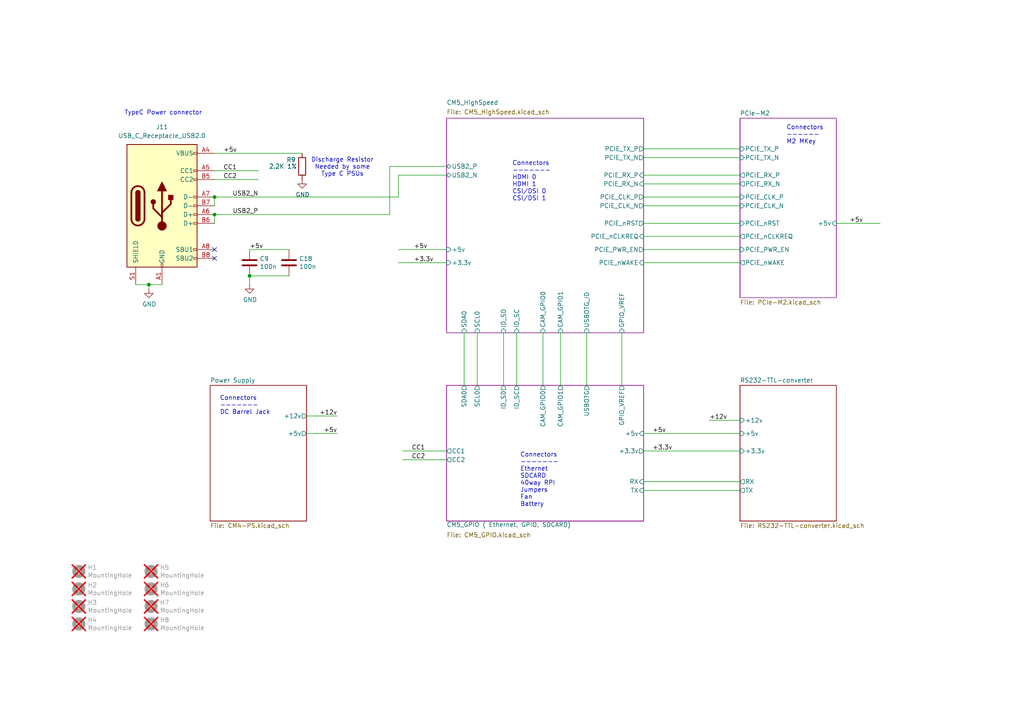
<source format=kicad_sch>
(kicad_sch (version 20250114) (generator "eeschema") (generator_version "9.0")
  (paper "A4")
  (title_block (title "Compute Module 5 IO Board - Top Level") (rev "1") (company "Copyright © 2024 Raspberry Pi Ltd.") (comment 1 "www.raspberrypi.com"))
  (lib_symbols
    (symbol "Connector:USB_C_Receptacle_USB2.0_16P" (pin_names (offset 1.016))
      (property "Reference" "J" (at 0 22.225 0))
      (property "Value" "USB_C_Receptacle_USB2.0_16P" (at 0 19.685 0))
      (symbol "USB_C_Receptacle_USB2.0_16P_0_0"
        (rectangle (start -0.254 -17.78) (end 0.254 -16.764))
        (rectangle (start 10.16 15.494) (end 9.144 14.986))
        (rectangle (start 10.16 10.414) (end 9.144 9.906))
        (rectangle (start 10.16 7.874) (end 9.144 7.366))
        (rectangle (start 10.16 2.794) (end 9.144 2.286))
        (rectangle (start 10.16 0.254) (end 9.144 -0.254))
        (rectangle (start 10.16 -2.286) (end 9.144 -2.794))
        (rectangle (start 10.16 -4.826) (end 9.144 -5.334))
        (rectangle (start 10.16 -12.446) (end 9.144 -12.954))
        (rectangle (start 10.16 -14.986) (end 9.144 -15.494))
      )
      (symbol "USB_C_Receptacle_USB2.0_16P_0_1"
        (rectangle (start -10.16 17.78) (end 10.16 -17.78) (stroke (width 0.254)) (fill (type background)))
        (polyline (pts (xy -8.89 -3.81) (xy -8.89 3.81)) (stroke (width 0.508)))
        (rectangle (start -7.62 -3.81) (end -6.35 3.81) (stroke (width 0.254)) (fill (type outline)))
        (arc (start -7.62 3.81) (mid -6.985 4.4423) (end -6.35 3.81) (stroke (width 0.254)))
        (arc (start -7.62 3.81) (mid -6.985 4.4423) (end -6.35 3.81) (stroke (width 0.254)) (fill (type outline)))
        (arc (start -8.89 3.81) (mid -6.985 5.7067) (end -5.08 3.81) (stroke (width 0.508)))
        (arc (start -5.08 -3.81) (mid -6.985 -5.7067) (end -8.89 -3.81) (stroke (width 0.508)))
        (arc (start -6.35 -3.81) (mid -6.985 -4.4423) (end -7.62 -3.81) (stroke (width 0.254)))
        (arc (start -6.35 -3.81) (mid -6.985 -4.4423) (end -7.62 -3.81) (stroke (width 0.254)) (fill (type outline)))
        (polyline (pts (xy -5.08 3.81) (xy -5.08 -3.81)) (stroke (width 0.508)))
        (circle (center -2.54 1.143) (radius 0.635) (stroke (width 0.254)) (fill (type outline)))
        (polyline (pts (xy -1.27 4.318) (xy 0 6.858) (xy 1.27 4.318) (xy -1.27 4.318)) (stroke (width 0.254)) (fill (type outline)))
        (polyline (pts (xy 0 -2.032) (xy 2.54 0.508) (xy 2.54 1.778)) (stroke (width 0.508)))
        (polyline (pts (xy 0 -3.302) (xy -2.54 -0.762) (xy -2.54 0.508)) (stroke (width 0.508)))
        (polyline (pts (xy 0 -5.842) (xy 0 4.318)) (stroke (width 0.508)))
        (circle (center 0 -5.842) (radius 1.27) (fill (type outline)))
        (rectangle (start 1.905 1.778) (end 3.175 3.048) (stroke (width 0.254)) (fill (type outline)))
      )
      (symbol "USB_C_Receptacle_USB2.0_16P_1_1"
        (pin passive line (at -7.62 -22.86 90) (length 5.08) (name "SHIELD") (number "S1"))
        (pin passive line (at 0 -22.86 90) (length 5.08) (name "GND") (number "A1"))
        (pin passive line (at 0 -22.86 90) (length 5.08) (hide yes) (name "GND") (number "A12"))
        (pin passive line (at 0 -22.86 90) (length 5.08) (hide yes) (name "GND") (number "B1"))
        (pin passive line (at 0 -22.86 90) (length 5.08) (hide yes) (name "GND") (number "B12"))
        (pin passive line (at 15.24 15.24 180) (length 5.08) (name "VBUS") (number "A4"))
        (pin passive line (at 15.24 15.24 180) (length 5.08) (hide yes) (name "VBUS") (number "A9"))
        (pin passive line (at 15.24 15.24 180) (length 5.08) (hide yes) (name "VBUS") (number "B4"))
        (pin passive line (at 15.24 15.24 180) (length 5.08) (hide yes) (name "VBUS") (number "B9"))
        (pin bidirectional line (at 15.24 10.16 180) (length 5.08) (name "CC1") (number "A5"))
        (pin bidirectional line (at 15.24 7.62 180) (length 5.08) (name "CC2") (number "B5"))
        (pin bidirectional line (at 15.24 2.54 180) (length 5.08) (name "D-") (number "A7"))
        (pin bidirectional line (at 15.24 0 180) (length 5.08) (name "D-") (number "B7"))
        (pin bidirectional line (at 15.24 -2.54 180) (length 5.08) (name "D+") (number "A6"))
        (pin bidirectional line (at 15.24 -5.08 180) (length 5.08) (name "D+") (number "B6"))
        (pin bidirectional line (at 15.24 -12.7 180) (length 5.08) (name "SBU1") (number "A8"))
        (pin bidirectional line (at 15.24 -15.24 180) (length 5.08) (name "SBU2") (number "B8"))
      )
    )
    (symbol "Device:C" (pin_numbers (hide yes)) (pin_names (offset 0.254))
      (property "Reference" "C" (at 0.635 2.54 0))
      (property "Value" "C" (at 0.635 -2.54 0))
      (symbol "C_0_1"
        (polyline (pts (xy -2.032 0.762) (xy 2.032 0.762)) (stroke (width 0.508)))
        (polyline (pts (xy -2.032 -0.762) (xy 2.032 -0.762)) (stroke (width 0.508)))
      )
      (symbol "C_1_1"
        (pin passive line (at 0 3.81 270) (length 2.794) (name "~") (number "1"))
        (pin passive line (at 0 -3.81 90) (length 2.794) (name "~") (number "2"))
      )
    )
    (symbol "Device:R" (pin_numbers (hide yes)) (pin_names (offset 0))
      (property "Reference" "R" (at 2.032 0 90))
      (property "Value" "R" (at 0 0 90))
      (symbol "R_0_1"
        (rectangle (start -1.016 -2.54) (end 1.016 2.54) (stroke (width 0.254)))
      )
      (symbol "R_1_1"
        (pin passive line (at 0 3.81 270) (length 1.27) (name "~") (number "1"))
        (pin passive line (at 0 -3.81 90) (length 1.27) (name "~") (number "2"))
      )
    )
    (symbol "Mechanical:MountingHole" (pin_names (offset 1.016))
      (property "Reference" "H" (at 0 5.08 0))
      (property "Value" "MountingHole" (at 0 3.175 0))
      (symbol "MountingHole_0_1"
        (circle (center 0 0) (radius 1.27) (stroke (width 1.27)))
      )
    )
    (symbol "power:GND" (power) (pin_numbers (hide yes)) (pin_names (offset 0) (hide yes))
      (property "Value" "GND" (at 0 -3.81 0))
      (symbol "GND_0_1"
        (polyline (pts (xy 0 0) (xy 0 -1.27) (xy 1.27 -1.27) (xy 0 -2.54) (xy -1.27 -1.27) (xy 0 -1.27)))
      )
      (symbol "GND_1_1"
        (pin power_in line (at 0 0 270) (length 0) (name "~") (number "1"))
      )
    )
  )
  (text "Connectors\n-------\nEthernet\nSDCARD\n40way RPI\nJumpers\nFan\nBattery" (at 150.876 147.066 0) (effects (font (size 1.27 1.27)) (justify left bottom)))
  (text "Connectors\n------\nM2 MKey" (at 228.092 41.91 0) (effects (font (size 1.27 1.27)) (justify left bottom)))
  (text "Discharge Resistor\nNeeded by some\nType C PSUs" (at 99.314 48.514 0) (effects (font (size 1.27 1.27))))
  (text "TypeC Power connector" (at 36.068 33.528 0) (effects (font (size 1.27 1.27)) (justify left bottom)))
  (text "Connectors\n-------\nHDMI 0\nHDMI 1\nCSI/DSI 0\nCSI/DSI 1" (at 148.59 58.42 0) (effects (font (size 1.27 1.27)) (justify left bottom)))
  (text "Connectors\n-------\nDC Barrel Jack\n" (at 63.754 120.396 0) (effects (font (size 1.27 1.27)) (justify left bottom)))
  (junction (at 43.18 82.55))
  (junction (at 72.39 80.01))
  (junction (at 62.23 62.23))
  (junction (at 62.23 57.15))
  (no_connect (at 62.23 74.93))
  (no_connect (at 62.23 72.39))
  (wire (pts (xy 115.57 76.2) (xy 129.54 76.2)))
  (wire (pts (xy 186.69 130.81) (xy 214.63 130.81)))
  (wire (pts (xy 180.34 96.52) (xy 180.34 111.76)))
  (wire (pts (xy 113.03 48.26) (xy 129.54 48.26)))
  (wire (pts (xy 186.69 53.34) (xy 214.63 53.34)))
  (wire (pts (xy 205.74 121.92) (xy 214.63 121.92)))
  (wire (pts (xy 62.23 52.07) (xy 74.93 52.07)))
  (wire (pts (xy 186.69 68.58) (xy 214.63 68.58)))
  (wire (pts (xy 115.57 57.15) (xy 115.57 50.8)))
  (wire (pts (xy 43.18 83.82) (xy 43.18 82.55)))
  (wire (pts (xy 134.62 96.52) (xy 134.62 111.76)))
  (wire (pts (xy 186.69 43.18) (xy 214.63 43.18)))
  (wire (pts (xy 72.39 80.01) (xy 83.82 80.01)))
  (wire (pts (xy 62.23 62.23) (xy 113.03 62.23)))
  (wire (pts (xy 149.86 96.52) (xy 149.86 111.76)))
  (wire (pts (xy 138.43 96.52) (xy 138.43 111.76)))
  (wire (pts (xy 116.84 133.35) (xy 129.54 133.35)))
  (wire (pts (xy 186.69 57.15) (xy 214.63 57.15)))
  (wire (pts (xy 157.48 96.52) (xy 157.48 111.76)))
  (wire (pts (xy 113.03 48.26) (xy 113.03 62.23)))
  (wire (pts (xy 162.56 96.52) (xy 162.56 111.76)))
  (wire (pts (xy 186.69 50.8) (xy 214.63 50.8)))
  (wire (pts (xy 88.9 120.65) (xy 97.79 120.65)))
  (wire (pts (xy 88.9 125.73) (xy 97.79 125.73)))
  (wire (pts (xy 72.39 80.01) (xy 72.39 82.55)))
  (wire (pts (xy 170.18 96.52) (xy 170.18 111.76)))
  (wire (pts (xy 186.69 64.77) (xy 214.63 64.77)))
  (wire (pts (xy 62.23 44.45) (xy 87.63 44.45)))
  (wire (pts (xy 62.23 62.23) (xy 62.23 64.77)))
  (wire (pts (xy 72.39 72.39) (xy 83.82 72.39)))
  (wire (pts (xy 242.57 64.77) (xy 255.27 64.77)))
  (wire (pts (xy 186.69 72.39) (xy 214.63 72.39)))
  (wire (pts (xy 43.18 82.55) (xy 46.99 82.55)))
  (wire (pts (xy 186.69 59.69) (xy 214.63 59.69)))
  (wire (pts (xy 39.37 82.55) (xy 43.18 82.55)))
  (wire (pts (xy 186.69 142.24) (xy 214.63 142.24)))
  (wire (pts (xy 62.23 49.53) (xy 74.93 49.53)))
  (wire (pts (xy 146.05 96.52) (xy 146.05 111.76)))
  (wire (pts (xy 186.69 125.73) (xy 214.63 125.73)))
  (wire (pts (xy 186.69 139.7) (xy 214.63 139.7)))
  (wire (pts (xy 62.23 57.15) (xy 62.23 59.69)))
  (wire (pts (xy 116.84 130.81) (xy 129.54 130.81)))
  (wire (pts (xy 115.57 72.39) (xy 129.54 72.39)))
  (wire (pts (xy 115.57 50.8) (xy 129.54 50.8)))
  (wire (pts (xy 186.69 45.72) (xy 214.63 45.72)))
  (wire (pts (xy 62.23 57.15) (xy 115.57 57.15)))
  (wire (pts (xy 186.69 76.2) (xy 214.63 76.2)))
  (label "+5v" (at 72.39 72.39 0))
  (label "+12v" (at 97.79 120.65 180))
  (label "CC1" (at 119.38 130.81 0))
  (label "CC2" (at 119.38 133.35 0))
  (label "+5v" (at 246.38 64.77 0))
  (label "+5v" (at 189.23 125.73 0))
  (label "+5v" (at 120.015 72.39 0))
  (label "USB2_P" (at 74.93 62.23 180))
  (label "CC1" (at 64.77 49.53 0))
  (label "+12v" (at 205.74 121.92 0))
  (label "USB2_N" (at 74.93 57.15 180))
  (label "+3.3v" (at 189.23 130.81 0))
  (label "+5v" (at 97.79 125.73 180))
  (label "+3.3v" (at 120.015 76.2 0))
  (label "CC2" (at 64.77 52.07 0))
  (label "+5v" (at 64.77 44.45 0))
  (symbol (lib_id "Mechanical:MountingHole") (at 22.86 180.975 0) (unit 1) (exclude_from_sim yes) (in_bom no) (dnp yes)
    (property "Reference" "H4" (at 25.4 179.832 0) (effects (justify left)))
    (property "Value" "MountingHole" (at 25.4 182.118 0) (effects (justify left)))
    (property "Footprint" "CM5IO:MountingHole_2.7mm_M2.5_DIN965" (effects (hide yes)))
    (property "Field4" "nf" (effects (hide yes)))
    (property "Field5" "nf" (effects (hide yes)))
    (property "Field6" "nf" (effects (hide yes)))
    (property "Field7" "nf" (effects (hide yes)))
    (property "Part Description" "M2.5 mounting hole" (effects (hide yes)))
  )
  (symbol (lib_id "Mechanical:MountingHole") (at 22.86 175.895 0) (unit 1) (exclude_from_sim yes) (in_bom no) (dnp yes)
    (property "Reference" "H3" (at 25.4 174.752 0) (effects (justify left)))
    (property "Value" "MountingHole" (at 25.4 177.038 0) (effects (justify left)))
    (property "Footprint" "CM5IO:MountingHole_2.7mm_M2.5_DIN965" (effects (hide yes)))
    (property "Field4" "nf" (effects (hide yes)))
    (property "Field5" "nf" (effects (hide yes)))
    (property "Field6" "nf" (effects (hide yes)))
    (property "Field7" "nf" (effects (hide yes)))
    (property "Part Description" "M2.5 mounting hole" (effects (hide yes)))
  )
  (symbol (lib_id "Mechanical:MountingHole") (at 22.86 170.815 0) (unit 1) (exclude_from_sim yes) (in_bom no) (dnp yes)
    (property "Reference" "H2" (at 25.4 169.672 0) (effects (justify left)))
    (property "Value" "MountingHole" (at 25.4 171.958 0) (effects (justify left)))
    (property "Footprint" "CM5IO:MountingHole_2.7mm_M2.5_DIN965" (effects (hide yes)))
    (property "Field4" "nf" (effects (hide yes)))
    (property "Field5" "nf" (effects (hide yes)))
    (property "Field6" "nf" (effects (hide yes)))
    (property "Field7" "nf" (effects (hide yes)))
    (property "Part Description" "M2.5 mounting hole" (effects (hide yes)))
  )
  (symbol (lib_id "Mechanical:MountingHole") (at 22.86 165.735 0) (unit 1) (exclude_from_sim yes) (in_bom no) (dnp yes)
    (property "Reference" "H1" (at 25.4 164.592 0) (effects (justify left)))
    (property "Value" "MountingHole" (at 25.4 166.878 0) (effects (justify left)))
    (property "Footprint" "CM5IO:MountingHole_2.7mm_M2.5_DIN965" (effects (hide yes)))
    (property "Field4" "nf" (effects (hide yes)))
    (property "Field5" "nf" (effects (hide yes)))
    (property "Field6" "nf" (effects (hide yes)))
    (property "Field7" "nf" (effects (hide yes)))
    (property "Part Description" "M2.5 mounting hole" (effects (hide yes)))
  )
  (symbol (lib_id "Mechanical:MountingHole") (at 43.815 165.735 0) (unit 1) (exclude_from_sim yes) (in_bom no) (dnp yes)
    (property "Reference" "H5" (at 46.355 164.592 0) (effects (justify left)))
    (property "Value" "MountingHole" (at 46.355 166.878 0) (effects (justify left)))
    (property "Footprint" "CM5IO:MountingHole_2.7mm_M2.5_DIN965" (effects (hide yes)))
    (property "Field4" "nf" (effects (hide yes)))
    (property "Field5" "nf" (effects (hide yes)))
    (property "Field6" "nf" (effects (hide yes)))
    (property "Field7" "nf" (effects (hide yes)))
    (property "Part Description" "M2.5 mounting hole" (effects (hide yes)))
  )
  (symbol (lib_id "Mechanical:MountingHole") (at 43.815 180.975 0) (unit 1) (exclude_from_sim yes) (in_bom no) (dnp yes)
    (property "Reference" "H8" (at 46.355 179.832 0) (effects (justify left)))
    (property "Value" "MountingHole" (at 46.355 182.118 0) (effects (justify left)))
    (property "Footprint" "CM5IO:MountingHole_2.7mm_M2.5_DIN965" (effects (hide yes)))
    (property "Field4" "nf" (effects (hide yes)))
    (property "Field5" "nf" (effects (hide yes)))
    (property "Field6" "nf" (effects (hide yes)))
    (property "Field7" "nf" (effects (hide yes)))
    (property "Part Description" "M2.5 mounting hole" (effects (hide yes)))
  )
  (symbol (lib_id "Mechanical:MountingHole") (at 43.815 175.895 0) (unit 1) (exclude_from_sim yes) (in_bom no) (dnp yes)
    (property "Reference" "H7" (at 46.355 174.752 0) (effects (justify left)))
    (property "Value" "MountingHole" (at 46.355 177.038 0) (effects (justify left)))
    (property "Footprint" "CM5IO:MountingHole_2.7mm_M2.5_DIN965" (effects (hide yes)))
    (property "Field4" "nf" (effects (hide yes)))
    (property "Field5" "nf" (effects (hide yes)))
    (property "Field6" "nf" (effects (hide yes)))
    (property "Field7" "nf" (effects (hide yes)))
    (property "Part Description" "M2.5 mounting hole" (effects (hide yes)))
  )
  (symbol (lib_id "Mechanical:MountingHole") (at 43.815 170.815 0) (unit 1) (exclude_from_sim yes) (in_bom no) (dnp yes)
    (property "Reference" "H6" (at 46.355 169.672 0) (effects (justify left)))
    (property "Value" "MountingHole" (at 46.355 171.958 0) (effects (justify left)))
    (property "Footprint" "CM5IO:MountingHole_2.7mm_M2.5_DIN965" (effects (hide yes)))
    (property "Field4" "nf" (effects (hide yes)))
    (property "Field5" "nf" (effects (hide yes)))
    (property "Field6" "nf" (effects (hide yes)))
    (property "Field7" "nf" (effects (hide yes)))
    (property "Part Description" "M2.5 mounting hole" (effects (hide yes)))
  )
  (symbol (lib_id "power:GND") (at 87.63 52.07 0) (unit 1)
    (property "Reference" "#PWR031" (effects (hide yes)))
    (property "Value" "GND" (at 87.757 56.4642 0))
    (property "Description" "Power symbol creates a global label with name \"GND\" , ground" (effects (hide yes)))
  )
  (symbol (lib_id "Device:C") (at 83.82 76.2 0) (unit 1)
    (property "Reference" "C18" (at 86.741 75.0316 0) (effects (justify left)))
    (property "Value" "100n" (at 86.741 77.343 0) (effects (justify left)))
    (property "Footprint" "Capacitor_SMD:C_0402_1005Metric" (effects (hide yes)))
    (property "Datasheet" "https://search.murata.co.jp/Ceramy/image/img/A01X/G101/ENG/GRM155R71C104KA88-01.pdf" (effects (hide yes)))
    (property "Field4" "Farnell" (effects (hide yes)))
    (property "Field5" "2611911" (effects (hide yes)))
    (property "Field6" "RM EMK105 B7104KV-F" (effects (hide yes)))
    (property "Field7" "TAIYO YUDEN EUROPE GMBH" (effects (hide yes)))
    (property "Field8" "110091611" (effects (hide yes)))
    (property "Part Description" "	0.1uF 10% 16V Ceramic Capacitor X7R 0402 (1005 Metric)" (effects (hide yes)))
  )
  (symbol (lib_id "Connector:USB_C_Receptacle_USB2.0_16P") (at 46.99 59.69 0) (unit 1)
    (property "Reference" "J11" (at 46.99 36.83 0))
    (property "Value" "USB_C_Receptacle_USB2.0" (at 46.99 39.37 0))
    (property "Footprint" "Connector_USB:USB_C_Receptacle_GCT_USB4105-xx-A_16P_TopMnt_Horizontal" (effects (hide yes)))
    (property "Datasheet" "https://www.usb.org/sites/default/files/documents/usb_type-c.zip" (effects (hide yes)))
    (property "Field5" "USBF31-0171" (effects (hide yes)))
    (property "Field6" "USBF31-0171" (effects (hide yes)))
    (property "Field7" "MTCONN" (effects (hide yes)))
    (property "Part Description" "USBC USB2 data and power connector" (effects (hide yes)))
  )
  (symbol (lib_id "Device:R") (at 87.63 48.26 0) (unit 1)
    (property "Reference" "R9" (at 83.058 46.355 0) (effects (justify left)))
    (property "Value" "2.2K 1%" (at 77.978 48.26 0) (effects (justify left)))
    (property "Footprint" "Resistor_SMD:R_0402_1005Metric" (effects (hide yes)))
    (property "Datasheet" "https://fscdn.rohm.com/en/products/databook/datasheet/passive/resistor/chip_resistor/mcr-e.pdf" (effects (hide yes)))
    (property "Field4" "Farnell" (effects (hide yes)))
    (property "Part Description" "Resistor 2.2K M1005 1% 63mW" (effects (hide yes)))
  )
  (symbol (lib_id "Device:C") (at 72.39 76.2 0) (unit 1)
    (property "Reference" "C9" (at 75.311 75.0316 0) (effects (justify left)))
    (property "Value" "100n" (at 75.311 77.343 0) (effects (justify left)))
    (property "Footprint" "Capacitor_SMD:C_0402_1005Metric" (effects (hide yes)))
    (property "Datasheet" "https://search.murata.co.jp/Ceramy/image/img/A01X/G101/ENG/GRM155R71C104KA88-01.pdf" (effects (hide yes)))
    (property "Field4" "Farnell" (effects (hide yes)))
    (property "Field5" "2611911" (effects (hide yes)))
    (property "Field6" "RM EMK105 B7104KV-F" (effects (hide yes)))
    (property "Field7" "TAIYO YUDEN EUROPE GMBH" (effects (hide yes)))
    (property "Field8" "110091611" (effects (hide yes)))
    (property "Part Description" "	0.1uF 10% 16V Ceramic Capacitor X7R 0402 (1005 Metric)" (effects (hide yes)))
  )
  (symbol (lib_id "power:GND") (at 43.18 83.82 0) (unit 1)
    (property "Reference" "#PWR02" (effects (hide yes)))
    (property "Value" "GND" (at 43.307 88.2142 0))
    (property "Description" "Power symbol creates a global label with name \"GND\" , ground" (effects (hide yes)))
  )
  (symbol (lib_id "power:GND") (at 72.39 82.55 0) (unit 1)
    (property "Reference" "#PWR013" (effects (hide yes)))
    (property "Value" "GND" (at 72.517 86.9442 0))
    (property "Description" "Power symbol creates a global label with name \"GND\" , ground" (effects (hide yes)))
  )
  (sheet (at 129.54 111.76) (size 57.15 39.37) (stroke (width 0.1524) (color 132 0 132 1)) (fill (color 255 255 255 0.0000))
    (property "Sheetname" "CM5_GPIO ( Ethernet, GPIO, SDCARD)" (at 129.54 152.908 0) (effects (justify left bottom)))
    (property "Sheetfile" "CM5_GPIO.kicad_sch" (at 129.54 154.432 0) (effects (justify left top)))
    (pin "ID_SC" output (at 149.86 111.76 90))
    (pin "ID_SD" output (at 146.05 111.76 90))
    (pin "SCL0" output (at 138.43 111.76 90))
    (pin "SDA0" output (at 134.62 111.76 90))
    (pin "+5v" input (at 186.69 125.73 0))
    (pin "+3.3v" output (at 186.69 130.81 0))
    (pin "GPIO_VREF" output (at 180.34 111.76 90))
    (pin "CAM_GPIO0" output (at 157.48 111.76 90))
    (pin "CAM_GPIO1" output (at 162.56 111.76 90))
    (pin "CC1" output (at 129.54 130.81 180))
    (pin "USBOTG" output (at 170.18 111.76 90))
    (pin "CC2" output (at 129.54 133.35 180))
    (pin "RX" input (at 186.69 139.7 0))
    (pin "TX" input (at 186.69 142.24 0))
  )
  (sheet (at 129.54 34.29) (size 57.15 62.23) (stroke (width 0.1524) (color 132 0 132 1)) (fill (color 255 255 255 0.0000))
    (property "Sheetname" "CM5_HighSpeed" (at 129.54 30.48 0) (effects (justify left bottom)))
    (property "Sheetfile" "CM5_HighSpeed.kicad_sch" (at 129.54 31.75 0) (effects (justify left top)))
    (pin "USB2_N" bidirectional (at 129.54 50.8 180))
    (pin "USB2_P" bidirectional (at 129.54 48.26 180))
    (pin "ID_SC" input (at 149.86 96.52 270))
    (pin "ID_SD" input (at 146.05 96.52 270))
    (pin "SCL0" input (at 138.43 96.52 270))
    (pin "SDA0" input (at 134.62 96.52 270))
    (pin "+5v" input (at 129.54 72.39 180))
    (pin "PCIE_CLK_P" output (at 186.69 57.15 0))
    (pin "PCIE_CLK_N" output (at 186.69 59.69 0))
    (pin "PCIE_TX_P" output (at 186.69 43.18 0))
    (pin "PCIE_TX_N" output (at 186.69 45.72 0))
    (pin "PCIE_nRST" output (at 186.69 64.77 0))
    (pin "PCIE_RX_P" input (at 186.69 50.8 0))
    (pin "PCIE_RX_N" input (at 186.69 53.34 0))
    (pin "PCIE_nCLKREQ" input (at 186.69 68.58 0))
    (pin "+3.3v" input (at 129.54 76.2 180))
    (pin "USBOTG_ID" input (at 170.18 96.52 270))
    (pin "GPIO_VREF" input (at 180.34 96.52 270))
    (pin "PCIE_PWR_EN" output (at 186.69 72.39 0))
    (pin "PCIE_nWAKE" input (at 186.69 76.2 0))
    (pin "CAM_GPIO0" input (at 157.48 96.52 270))
    (pin "CAM_GPIO1" input (at 162.56 96.52 270))
  )
  (sheet (at 214.63 34.29) (size 27.94 52.07) (stroke (width 0.152) (color 132 0 132 1)) (fill (color 255 255 255 0.0000))
    (property "Sheetname" "PCIe-M2" (at 214.63 33.5786 0) (effects (justify left bottom)))
    (property "Sheetfile" "PCIe-M2.kicad_sch" (at 214.63 86.9444 0) (effects (justify left top)))
    (pin "PCIE_CLK_P" input (at 214.63 57.15 180))
    (pin "PCIE_CLK_N" input (at 214.63 59.69 180))
    (pin "PCIE_TX_P" input (at 214.63 43.18 180))
    (pin "PCIE_TX_N" input (at 214.63 45.72 180))
    (pin "PCIE_nCLKREQ" output (at 214.63 68.58 180))
    (pin "PCIE_nRST" input (at 214.63 64.77 180))
    (pin "PCIE_RX_P" output (at 214.63 50.8 180))
    (pin "PCIE_RX_N" output (at 214.63 53.34 180))
    (pin "+5v" input (at 242.57 64.77 0))
    (pin "PCIE_PWR_EN" input (at 214.63 72.39 180))
    (pin "PCIE_nWAKE" output (at 214.63 76.2 180))
  )
  (sheet (at 214.63 111.76) (size 27.94 39.37) (stroke (width 0.1524))
    (property "Sheetname" "RS232-TTL-converter" (at 214.63 111.0484 0) (effects (justify left bottom)))
    (property "Sheetfile" "RS232-TTL-converter.kicad_sch" (at 214.63 151.7146 0) (effects (justify left top)))
    (pin "+3.3v" input (at 214.63 130.81 180))
    (pin "+5v" input (at 214.63 125.73 180))
    (pin "+12v" input (at 214.63 121.92 180))
    (pin "RX" output (at 214.63 139.7 180))
    (pin "TX" output (at 214.63 142.24 180))
  )
  (sheet (at 60.96 111.76) (size 27.94 39.37) (stroke (width 0.1524))
    (property "Sheetname" "Power Supply" (at 60.96 111.0484 0) (effects (justify left bottom)))
    (property "Sheetfile" "CM4-PS.kicad_sch" (at 60.96 151.7146 0) (effects (justify left top)))
    (pin "+5v" output (at 88.9 125.73 0))
    (pin "+12v" output (at 88.9 120.65 0))
  )
)
</source>
